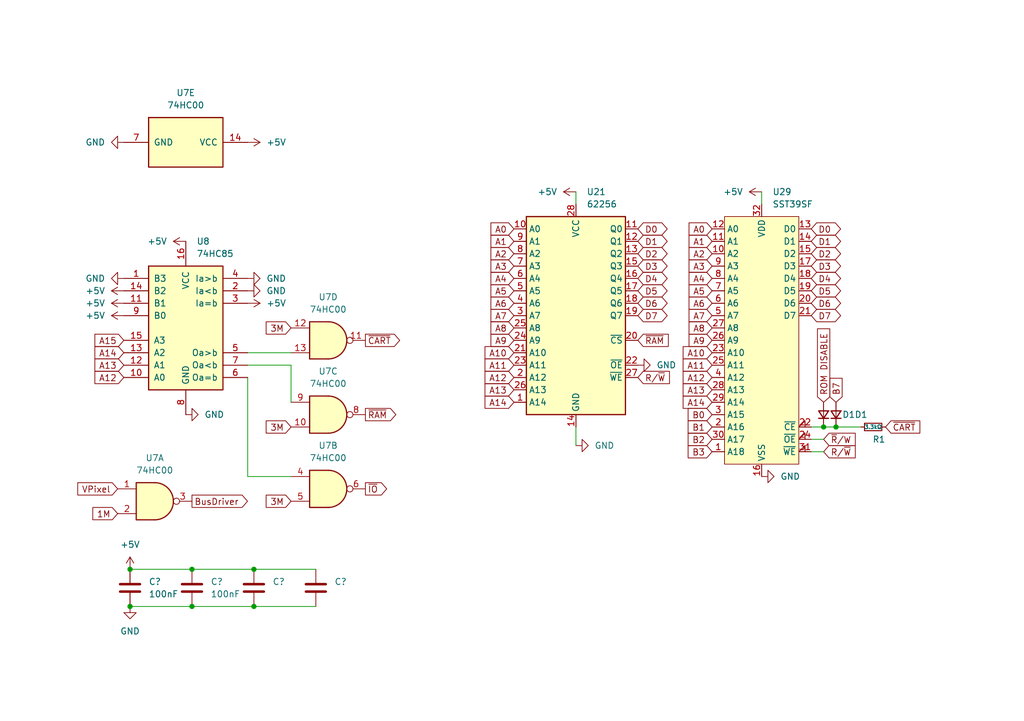
<source format=kicad_sch>
(kicad_sch (version 20230121) (generator eeschema)
  (paper "A5")
  (title_block (title "Memory Mapping and RAM"))
  (lib_symbols
    (symbol "74xx:74HC00" (pin_names (offset 1.016))
      (property "Reference" "U" (at 0 1.27 0))
      (property "Value" "74HC00" (at 0 -1.27 0))
      (symbol "74HC00_1_1"
        (arc (start 0 -3.81) (mid 3.7934 0) (end 0 3.81) (stroke (width 0.254)) (fill (type background)))
        (polyline (pts (xy 0 3.81) (xy -3.81 3.81) (xy -3.81 -3.81) (xy 0 -3.81)) (stroke (width 0.254)) (fill (type background)))
        (pin input line (at -7.62 2.54 0) (length 3.81) (name "~") (number "1"))
        (pin input line (at -7.62 -2.54 0) (length 3.81) (name "~") (number "2"))
        (pin output inverted (at 7.62 0 180) (length 3.81) (name "~") (number "3"))
      )
      (symbol "74HC00_1_2"
        (arc (start -3.81 -3.81) (mid -2.589 0) (end -3.81 3.81) (stroke (width 0.254)))
        (arc (start -0.6096 -3.81) (mid 2.1842 -2.5851) (end 3.81 0) (stroke (width 0.254)) (fill (type background)))
        (polyline (pts (xy -3.81 -3.81) (xy -0.635 -3.81)) (stroke (width 0.254)) (fill (type background)))
        (polyline (pts (xy -3.81 3.81) (xy -0.635 3.81)) (stroke (width 0.254)) (fill (type background)))
        (polyline (pts (xy -0.635 3.81) (xy -3.81 3.81) (xy -3.81 3.81) (xy -3.556 3.4036) (xy -3.0226 2.2606) (xy -2.6924 1.0414) (xy -2.6162 -0.254) (xy -2.7686 -1.4986) (xy -3.175 -2.7178) (xy -3.81 -3.81) (xy -3.81 -3.81) (xy -0.635 -3.81)) (stroke (width -25.4)) (fill (type background)))
        (arc (start 3.81 0) (mid 2.1915 2.5936) (end -0.6096 3.81) (stroke (width 0.254)) (fill (type background)))
        (pin input inverted (at -7.62 2.54 0) (length 4.318) (name "~") (number "1"))
        (pin input inverted (at -7.62 -2.54 0) (length 4.318) (name "~") (number "2"))
        (pin output line (at 7.62 0 180) (length 3.81) (name "~") (number "3"))
      )
      (symbol "74HC00_2_1"
        (arc (start 0 -3.81) (mid 3.7934 0) (end 0 3.81) (stroke (width 0.254)) (fill (type background)))
        (polyline (pts (xy 0 3.81) (xy -3.81 3.81) (xy -3.81 -3.81) (xy 0 -3.81)) (stroke (width 0.254)) (fill (type background)))
        (pin input line (at -7.62 2.54 0) (length 3.81) (name "~") (number "4"))
        (pin input line (at -7.62 -2.54 0) (length 3.81) (name "~") (number "5"))
        (pin output inverted (at 7.62 0 180) (length 3.81) (name "~") (number "6"))
      )
      (symbol "74HC00_2_2"
        (arc (start -3.81 -3.81) (mid -2.589 0) (end -3.81 3.81) (stroke (width 0.254)))
        (arc (start -0.6096 -3.81) (mid 2.1842 -2.5851) (end 3.81 0) (stroke (width 0.254)) (fill (type background)))
        (polyline (pts (xy -3.81 -3.81) (xy -0.635 -3.81)) (stroke (width 0.254)) (fill (type background)))
        (polyline (pts (xy -3.81 3.81) (xy -0.635 3.81)) (stroke (width 0.254)) (fill (type background)))
        (polyline (pts (xy -0.635 3.81) (xy -3.81 3.81) (xy -3.81 3.81) (xy -3.556 3.4036) (xy -3.0226 2.2606) (xy -2.6924 1.0414) (xy -2.6162 -0.254) (xy -2.7686 -1.4986) (xy -3.175 -2.7178) (xy -3.81 -3.81) (xy -3.81 -3.81) (xy -0.635 -3.81)) (stroke (width -25.4)) (fill (type background)))
        (arc (start 3.81 0) (mid 2.1915 2.5936) (end -0.6096 3.81) (stroke (width 0.254)) (fill (type background)))
        (pin input inverted (at -7.62 2.54 0) (length 4.318) (name "~") (number "4"))
        (pin input inverted (at -7.62 -2.54 0) (length 4.318) (name "~") (number "5"))
        (pin output line (at 7.62 0 180) (length 3.81) (name "~") (number "6"))
      )
      (symbol "74HC00_3_1"
        (arc (start 0 -3.81) (mid 3.7934 0) (end 0 3.81) (stroke (width 0.254)) (fill (type background)))
        (polyline (pts (xy 0 3.81) (xy -3.81 3.81) (xy -3.81 -3.81) (xy 0 -3.81)) (stroke (width 0.254)) (fill (type background)))
        (pin input line (at -7.62 -2.54 0) (length 3.81) (name "~") (number "10"))
        (pin output inverted (at 7.62 0 180) (length 3.81) (name "~") (number "8"))
        (pin input line (at -7.62 2.54 0) (length 3.81) (name "~") (number "9"))
      )
      (symbol "74HC00_3_2"
        (arc (start -3.81 -3.81) (mid -2.589 0) (end -3.81 3.81) (stroke (width 0.254)))
        (arc (start -0.6096 -3.81) (mid 2.1842 -2.5851) (end 3.81 0) (stroke (width 0.254)) (fill (type background)))
        (polyline (pts (xy -3.81 -3.81) (xy -0.635 -3.81)) (stroke (width 0.254)) (fill (type background)))
        (polyline (pts (xy -3.81 3.81) (xy -0.635 3.81)) (stroke (width 0.254)) (fill (type background)))
        (polyline (pts (xy -0.635 3.81) (xy -3.81 3.81) (xy -3.81 3.81) (xy -3.556 3.4036) (xy -3.0226 2.2606) (xy -2.6924 1.0414) (xy -2.6162 -0.254) (xy -2.7686 -1.4986) (xy -3.175 -2.7178) (xy -3.81 -3.81) (xy -3.81 -3.81) (xy -0.635 -3.81)) (stroke (width -25.4)) (fill (type background)))
        (arc (start 3.81 0) (mid 2.1915 2.5936) (end -0.6096 3.81) (stroke (width 0.254)) (fill (type background)))
        (pin input inverted (at -7.62 -2.54 0) (length 4.318) (name "~") (number "10"))
        (pin output line (at 7.62 0 180) (length 3.81) (name "~") (number "8"))
        (pin input inverted (at -7.62 2.54 0) (length 4.318) (name "~") (number "9"))
      )
      (symbol "74HC00_4_1"
        (arc (start 0 -3.81) (mid 3.7934 0) (end 0 3.81) (stroke (width 0.254)) (fill (type background)))
        (polyline (pts (xy 0 3.81) (xy -3.81 3.81) (xy -3.81 -3.81) (xy 0 -3.81)) (stroke (width 0.254)) (fill (type background)))
        (pin output inverted (at 7.62 0 180) (length 3.81) (name "~") (number "11"))
        (pin input line (at -7.62 2.54 0) (length 3.81) (name "~") (number "12"))
        (pin input line (at -7.62 -2.54 0) (length 3.81) (name "~") (number "13"))
      )
      (symbol "74HC00_4_2"
        (arc (start -3.81 -3.81) (mid -2.589 0) (end -3.81 3.81) (stroke (width 0.254)))
        (arc (start -0.6096 -3.81) (mid 2.1842 -2.5851) (end 3.81 0) (stroke (width 0.254)) (fill (type background)))
        (polyline (pts (xy -3.81 -3.81) (xy -0.635 -3.81)) (stroke (width 0.254)) (fill (type background)))
        (polyline (pts (xy -3.81 3.81) (xy -0.635 3.81)) (stroke (width 0.254)) (fill (type background)))
        (polyline (pts (xy -0.635 3.81) (xy -3.81 3.81) (xy -3.81 3.81) (xy -3.556 3.4036) (xy -3.0226 2.2606) (xy -2.6924 1.0414) (xy -2.6162 -0.254) (xy -2.7686 -1.4986) (xy -3.175 -2.7178) (xy -3.81 -3.81) (xy -3.81 -3.81) (xy -0.635 -3.81)) (stroke (width -25.4)) (fill (type background)))
        (arc (start 3.81 0) (mid 2.1915 2.5936) (end -0.6096 3.81) (stroke (width 0.254)) (fill (type background)))
        (pin output line (at 7.62 0 180) (length 3.81) (name "~") (number "11"))
        (pin input inverted (at -7.62 2.54 0) (length 4.318) (name "~") (number "12"))
        (pin input inverted (at -7.62 -2.54 0) (length 4.318) (name "~") (number "13"))
      )
      (symbol "74HC00_5_0"
        (pin power_in line (at 0 12.7 270) (length 5.08) (name "VCC") (number "14"))
        (pin power_in line (at 0 -12.7 90) (length 5.08) (name "GND") (number "7"))
      )
      (symbol "74HC00_5_1"
        (rectangle (start -5.08 7.62) (end 5.08 -7.62) (stroke (width 0.254)) (fill (type background)))
      )
    )
    (symbol "74xx:74LS85" (pin_names (offset 1.016))
      (property "Reference" "U" (at -7.62 13.97 0))
      (property "Value" "74LS85" (at -7.62 -13.97 0))
      (symbol "74LS85_1_0"
        (pin input line (at -12.7 10.16 0) (length 5.08) (name "B3") (number "1"))
        (pin input line (at -12.7 -10.16 0) (length 5.08) (name "A0") (number "10"))
        (pin input line (at -12.7 5.08 0) (length 5.08) (name "B1") (number "11"))
        (pin input line (at -12.7 -7.62 0) (length 5.08) (name "A1") (number "12"))
        (pin input line (at -12.7 -5.08 0) (length 5.08) (name "A2") (number "13"))
        (pin input line (at -12.7 7.62 0) (length 5.08) (name "B2") (number "14"))
        (pin input line (at -12.7 -2.54 0) (length 5.08) (name "A3") (number "15"))
        (pin power_in line (at 0 17.78 270) (length 5.08) (name "VCC") (number "16"))
        (pin input line (at 12.7 7.62 180) (length 5.08) (name "Ia<b") (number "2"))
        (pin input line (at 12.7 5.08 180) (length 5.08) (name "Ia=b") (number "3"))
        (pin input line (at 12.7 10.16 180) (length 5.08) (name "Ia>b") (number "4"))
        (pin output line (at 12.7 -5.08 180) (length 5.08) (name "Oa>b") (number "5"))
        (pin output line (at 12.7 -10.16 180) (length 5.08) (name "Oa=b") (number "6"))
        (pin output line (at 12.7 -7.62 180) (length 5.08) (name "Oa<b") (number "7"))
        (pin power_in line (at 0 -17.78 90) (length 5.08) (name "GND") (number "8"))
        (pin input line (at -12.7 2.54 0) (length 5.08) (name "B0") (number "9"))
      )
      (symbol "74LS85_1_1"
        (rectangle (start -7.62 12.7) (end 7.62 -12.7) (stroke (width 0.254)) (fill (type background)))
      )
    )
    (symbol "Device:C" (pin_numbers hide) (pin_names (offset 0.254))
      (property "Reference" "C" (at 0.635 2.54 0))
      (property "Value" "C" (at 0.635 -2.54 0))
      (symbol "C_0_1"
        (polyline (pts (xy -2.032 -0.762) (xy 2.032 -0.762)) (stroke (width 0.508)))
        (polyline (pts (xy -2.032 0.762) (xy 2.032 0.762)) (stroke (width 0.508)))
      )
      (symbol "C_1_1"
        (pin passive line (at 0 3.81 270) (length 2.794) (name "~") (number "1"))
        (pin passive line (at 0 -3.81 90) (length 2.794) (name "~") (number "2"))
      )
    )
    (symbol "Device:D_Small" (pin_numbers hide) (pin_names (offset 0.254) hide)
      (property "Reference" "D" (at -1.27 2.032 0))
      (property "Value" "D_Small" (at -3.81 -2.032 0))
      (symbol "D_Small_0_1"
        (polyline (pts (xy -0.762 -1.016) (xy -0.762 1.016)) (stroke (width 0.254)))
        (polyline (pts (xy -0.762 0) (xy 0.762 0)))
        (polyline (pts (xy 0.762 -1.016) (xy -0.762 0) (xy 0.762 1.016) (xy 0.762 -1.016)) (stroke (width 0.254)))
      )
      (symbol "D_Small_1_1"
        (pin passive line (at -2.54 0 0) (length 1.778) (name "K") (number "1"))
        (pin passive line (at 2.54 0 180) (length 1.778) (name "A") (number "2"))
      )
    )
    (symbol "Device:R_Small" (pin_numbers hide) (pin_names (offset 0.254) hide)
      (property "Reference" "R" (at 0.762 0.508 0))
      (property "Value" "R_Small" (at 0.762 -1.016 0))
      (symbol "R_Small_0_1"
        (rectangle (start -0.762 1.778) (end 0.762 -1.778) (stroke (width 0.2032)))
      )
      (symbol "R_Small_1_1"
        (pin passive line (at 0 2.54 270) (length 0.762) (name "~") (number "1"))
        (pin passive line (at 0 -2.54 90) (length 0.762) (name "~") (number "2"))
      )
    )
    (symbol "Memory_Lib:SST39SF040"
      (property "Reference" "U" (at 11.43 54.61 0))
      (property "Value" "SST39SF040" (at 19.05 52.07 0))
      (symbol "SST39SF040_1_1"
        (rectangle (start 0 50.8) (end 15.24 0) (fill (type background)))
        (pin input line (at -2.54 2.54 0) (length 2.54) (name "A18") (number "1"))
        (pin input line (at -2.54 43.18 0) (length 2.54) (name "A2") (number "10"))
        (pin input line (at -2.54 45.72 0) (length 2.54) (name "A1") (number "11"))
        (pin input line (at -2.54 48.26 0) (length 2.54) (name "A0") (number "12"))
        (pin bidirectional line (at 17.78 48.26 180) (length 2.54) (name "D0") (number "13"))
        (pin bidirectional line (at 17.78 45.72 180) (length 2.54) (name "D1") (number "14"))
        (pin bidirectional line (at 17.78 43.18 180) (length 2.54) (name "D2") (number "15"))
        (pin power_in line (at 7.62 -2.54 90) (length 2.54) (name "VSS") (number "16"))
        (pin bidirectional line (at 17.78 40.64 180) (length 2.54) (name "D3") (number "17"))
        (pin bidirectional line (at 17.78 38.1 180) (length 2.54) (name "D4") (number "18"))
        (pin bidirectional line (at 17.78 35.56 180) (length 2.54) (name "D5") (number "19"))
        (pin input line (at -2.54 7.62 0) (length 2.54) (name "A16") (number "2"))
        (pin bidirectional line (at 17.78 33.02 180) (length 2.54) (name "D6") (number "20"))
        (pin bidirectional line (at 17.78 30.48 180) (length 2.54) (name "D7") (number "21"))
        (pin input input_low (at 17.78 7.62 180) (length 2.54) (name "~{CE}") (number "22"))
        (pin input line (at -2.54 22.86 0) (length 2.54) (name "A10") (number "23"))
        (pin input input_low (at 17.78 5.08 180) (length 2.54) (name "~{OE}") (number "24"))
        (pin input line (at -2.54 20.32 0) (length 2.54) (name "A11") (number "25"))
        (pin input line (at -2.54 25.4 0) (length 2.54) (name "A9") (number "26"))
        (pin input line (at -2.54 27.94 0) (length 2.54) (name "A8") (number "27"))
        (pin input line (at -2.54 15.24 0) (length 2.54) (name "A13") (number "28"))
        (pin input line (at -2.54 12.7 0) (length 2.54) (name "A14") (number "29"))
        (pin input line (at -2.54 10.16 0) (length 2.54) (name "A15") (number "3"))
        (pin input line (at -2.54 5.08 0) (length 2.54) (name "A17") (number "30"))
        (pin input input_low (at 17.78 2.54 180) (length 2.54) (name "~{WE}") (number "31"))
        (pin power_in line (at 7.62 53.34 270) (length 2.54) (name "VDD") (number "32"))
        (pin input line (at -2.54 17.78 0) (length 2.54) (name "A12") (number "4"))
        (pin input line (at -2.54 30.48 0) (length 2.54) (name "A7") (number "5"))
        (pin input line (at -2.54 33.02 0) (length 2.54) (name "A6") (number "6"))
        (pin input line (at -2.54 35.56 0) (length 2.54) (name "A5") (number "7"))
        (pin input line (at -2.54 38.1 0) (length 2.54) (name "A4") (number "8"))
        (pin input line (at -2.54 40.64 0) (length 2.54) (name "A3") (number "9"))
      )
    )
    (symbol "Memory_RAM:HM62256BLP"
      (property "Reference" "U" (at -10.16 20.955 0))
      (property "Value" "HM62256BLP" (at 2.54 20.955 0))
      (symbol "HM62256BLP_0_0"
        (pin power_in line (at 0 -22.86 90) (length 2.54) (name "GND") (number "14"))
        (pin power_in line (at 0 22.86 270) (length 2.54) (name "VCC") (number "28"))
      )
      (symbol "HM62256BLP_0_1"
        (rectangle (start -10.16 20.32) (end 10.16 -20.32) (stroke (width 0.254)) (fill (type background)))
      )
      (symbol "HM62256BLP_1_1"
        (pin input line (at -12.7 -17.78 0) (length 2.54) (name "A14") (number "1"))
        (pin input line (at -12.7 17.78 0) (length 2.54) (name "A0") (number "10"))
        (pin tri_state line (at 12.7 17.78 180) (length 2.54) (name "Q0") (number "11"))
        (pin tri_state line (at 12.7 15.24 180) (length 2.54) (name "Q1") (number "12"))
        (pin tri_state line (at 12.7 12.7 180) (length 2.54) (name "Q2") (number "13"))
        (pin tri_state line (at 12.7 10.16 180) (length 2.54) (name "Q3") (number "15"))
        (pin tri_state line (at 12.7 7.62 180) (length 2.54) (name "Q4") (number "16"))
        (pin tri_state line (at 12.7 5.08 180) (length 2.54) (name "Q5") (number "17"))
        (pin tri_state line (at 12.7 2.54 180) (length 2.54) (name "Q6") (number "18"))
        (pin tri_state line (at 12.7 0 180) (length 2.54) (name "Q7") (number "19"))
        (pin input line (at -12.7 -12.7 0) (length 2.54) (name "A12") (number "2"))
        (pin input line (at 12.7 -5.08 180) (length 2.54) (name "~{CS}") (number "20"))
        (pin input line (at -12.7 -7.62 0) (length 2.54) (name "A10") (number "21"))
        (pin input line (at 12.7 -10.16 180) (length 2.54) (name "~{OE}") (number "22"))
        (pin input line (at -12.7 -10.16 0) (length 2.54) (name "A11") (number "23"))
        (pin input line (at -12.7 -5.08 0) (length 2.54) (name "A9") (number "24"))
        (pin input line (at -12.7 -2.54 0) (length 2.54) (name "A8") (number "25"))
        (pin input line (at -12.7 -15.24 0) (length 2.54) (name "A13") (number "26"))
        (pin input line (at 12.7 -12.7 180) (length 2.54) (name "~{WE}") (number "27"))
        (pin input line (at -12.7 0 0) (length 2.54) (name "A7") (number "3"))
        (pin input line (at -12.7 2.54 0) (length 2.54) (name "A6") (number "4"))
        (pin input line (at -12.7 5.08 0) (length 2.54) (name "A5") (number "5"))
        (pin input line (at -12.7 7.62 0) (length 2.54) (name "A4") (number "6"))
        (pin input line (at -12.7 10.16 0) (length 2.54) (name "A3") (number "7"))
        (pin input line (at -12.7 12.7 0) (length 2.54) (name "A2") (number "8"))
        (pin input line (at -12.7 15.24 0) (length 2.54) (name "A1") (number "9"))
      )
    )
    (symbol "power:+5V" (power) (pin_names (offset 0))
      (property "Value" "+5V" (at 0 3.556 0))
      (symbol "+5V_0_1"
        (polyline (pts (xy -0.762 1.27) (xy 0 2.54)))
        (polyline (pts (xy 0 0) (xy 0 2.54)))
        (polyline (pts (xy 0 2.54) (xy 0.762 1.27)))
      )
      (symbol "+5V_1_1"
        (pin power_in line (at 0 0 90) (length 0) hide (name "+5V") (number "1"))
      )
    )
    (symbol "power:GND" (power) (pin_names (offset 0))
      (property "Value" "GND" (at 0 -3.81 0))
      (symbol "GND_0_1"
        (polyline (pts (xy 0 0) (xy 0 -1.27) (xy 1.27 -1.27) (xy 0 -2.54) (xy -1.27 -1.27) (xy 0 -1.27)))
      )
      (symbol "GND_1_1"
        (pin power_in line (at 0 0 270) (length 0) hide (name "GND") (number "1"))
      )
    )
  )
  (junction (at 168.91 87.63))
  (junction (at 26.67 124.46))
  (junction (at 52.07 124.46))
  (junction (at 171.45 87.63))
  (junction (at 52.07 116.84))
  (junction (at 26.67 116.84))
  (junction (at 39.37 116.84))
  (junction (at 39.37 124.46))
  (wire (pts (xy 39.37 124.46) (xy 52.07 124.46)))
  (wire (pts (xy 59.69 74.93) (xy 59.69 82.55)))
  (wire (pts (xy 168.91 87.63) (xy 171.45 87.63)))
  (wire (pts (xy 26.67 116.84) (xy 39.37 116.84)))
  (wire (pts (xy 26.67 124.46) (xy 39.37 124.46)))
  (wire (pts (xy 118.11 87.63) (xy 118.11 91.44)))
  (wire (pts (xy 52.07 116.84) (xy 64.77 116.84)))
  (wire (pts (xy 171.45 87.63) (xy 176.53 87.63)))
  (wire (pts (xy 50.8 72.39) (xy 59.69 72.39)))
  (wire (pts (xy 52.07 124.46) (xy 64.77 124.46)))
  (wire (pts (xy 166.37 90.17) (xy 168.91 90.17)))
  (wire (pts (xy 168.91 92.71) (xy 166.37 92.71)))
  (wire (pts (xy 50.8 77.47) (xy 50.8 97.79)))
  (wire (pts (xy 118.11 39.37) (xy 118.11 41.91)))
  (wire (pts (xy 156.21 39.37) (xy 156.21 41.91)))
  (wire (pts (xy 50.8 74.93) (xy 59.69 74.93)))
  (wire (pts (xy 50.8 97.79) (xy 59.69 97.79)))
  (wire (pts (xy 166.37 87.63) (xy 168.91 87.63)))
  (wire (pts (xy 39.37 116.84) (xy 52.07 116.84)))
  (global_label "~{IO}" (shape output) (at 74.93 100.33 0) (property "Intersheetrefs" "${INTERSHEET_REFS}" (effects hide)))
  (global_label "A0" (shape input) (at 146.05 46.99 180) (property "Intersheetrefs" "${INTERSHEET_REFS}" (effects hide)))
  (global_label "R{slash}~{W}" (shape input) (at 168.91 92.71 0) (property "Intersheetrefs" "${INTERSHEET_REFS}" (effects hide)))
  (global_label "D5" (shape bidirectional) (at 130.81 59.69 0) (property "Intersheetrefs" "${INTERSHEET_REFS}" (effects hide)))
  (global_label "A4" (shape input) (at 105.41 57.15 180) (property "Intersheetrefs" "${INTERSHEET_REFS}" (effects hide)))
  (global_label "~{CART}" (shape input) (at 181.61 87.63 0) (property "Intersheetrefs" "${INTERSHEET_REFS}" (effects hide)))
  (global_label "A10" (shape input) (at 105.41 72.39 180) (property "Intersheetrefs" "${INTERSHEET_REFS}" (effects hide)))
  (global_label "A5" (shape input) (at 105.41 59.69 180) (property "Intersheetrefs" "${INTERSHEET_REFS}" (effects hide)))
  (global_label "A0" (shape input) (at 105.41 46.99 180) (property "Intersheetrefs" "${INTERSHEET_REFS}" (effects hide)))
  (global_label "~{R}{slash}W" (shape input) (at 168.91 90.17 0) (property "Intersheetrefs" "${INTERSHEET_REFS}" (effects hide)))
  (global_label "~{RAM}" (shape input) (at 130.81 69.85 0) (property "Intersheetrefs" "${INTERSHEET_REFS}" (effects hide)))
  (global_label "D1" (shape bidirectional) (at 166.37 49.53 0) (property "Intersheetrefs" "${INTERSHEET_REFS}" (effects hide)))
  (global_label "D2" (shape bidirectional) (at 166.37 52.07 0) (property "Intersheetrefs" "${INTERSHEET_REFS}" (effects hide)))
  (global_label "D4" (shape bidirectional) (at 166.37 57.15 0) (property "Intersheetrefs" "${INTERSHEET_REFS}" (effects hide)))
  (global_label "A13" (shape input) (at 25.4 74.93 180) (property "Intersheetrefs" "${INTERSHEET_REFS}" (effects hide)))
  (global_label "A14" (shape input) (at 25.4 72.39 180) (property "Intersheetrefs" "${INTERSHEET_REFS}" (effects hide)))
  (global_label "~{RAM}" (shape output) (at 74.93 85.09 0) (property "Intersheetrefs" "${INTERSHEET_REFS}" (effects hide)))
  (global_label "A12" (shape input) (at 105.41 77.47 180) (property "Intersheetrefs" "${INTERSHEET_REFS}" (effects hide)))
  (global_label "BusDriver" (shape output) (at 39.37 102.87 0) (property "Intersheetrefs" "${INTERSHEET_REFS}" (effects hide)))
  (global_label "A14" (shape input) (at 146.05 82.55 180) (property "Intersheetrefs" "${INTERSHEET_REFS}" (effects hide)))
  (global_label "A8" (shape input) (at 146.05 67.31 180) (property "Intersheetrefs" "${INTERSHEET_REFS}" (effects hide)))
  (global_label "D3" (shape bidirectional) (at 166.37 54.61 0) (property "Intersheetrefs" "${INTERSHEET_REFS}" (effects hide)))
  (global_label "A13" (shape input) (at 146.05 80.01 180) (property "Intersheetrefs" "${INTERSHEET_REFS}" (effects hide)))
  (global_label "B7" (shape input) (at 171.45 82.55 90) (property "Intersheetrefs" "${INTERSHEET_REFS}" (effects hide)))
  (global_label "A2" (shape input) (at 105.41 52.07 180) (property "Intersheetrefs" "${INTERSHEET_REFS}" (effects hide)))
  (global_label "A14" (shape input) (at 105.41 82.55 180) (property "Intersheetrefs" "${INTERSHEET_REFS}" (effects hide)))
  (global_label "A7" (shape input) (at 146.05 64.77 180) (property "Intersheetrefs" "${INTERSHEET_REFS}" (effects hide)))
  (global_label "D6" (shape bidirectional) (at 130.81 62.23 0) (property "Intersheetrefs" "${INTERSHEET_REFS}" (effects hide)))
  (global_label "1M" (shape input) (at 24.13 105.41 180) (property "Intersheetrefs" "${INTERSHEET_REFS}" (effects hide)))
  (global_label "B1" (shape input) (at 146.05 87.63 180) (property "Intersheetrefs" "${INTERSHEET_REFS}" (effects hide)))
  (global_label "3M" (shape input) (at 59.69 102.87 180) (property "Intersheetrefs" "${INTERSHEET_REFS}" (effects hide)))
  (global_label "D0" (shape bidirectional) (at 166.37 46.99 0) (property "Intersheetrefs" "${INTERSHEET_REFS}" (effects hide)))
  (global_label "D4" (shape bidirectional) (at 130.81 57.15 0) (property "Intersheetrefs" "${INTERSHEET_REFS}" (effects hide)))
  (global_label "D3" (shape bidirectional) (at 130.81 54.61 0) (property "Intersheetrefs" "${INTERSHEET_REFS}" (effects hide)))
  (global_label "A6" (shape input) (at 105.41 62.23 180) (property "Intersheetrefs" "${INTERSHEET_REFS}" (effects hide)))
  (global_label "D2" (shape bidirectional) (at 130.81 52.07 0) (property "Intersheetrefs" "${INTERSHEET_REFS}" (effects hide)))
  (global_label "A11" (shape input) (at 146.05 74.93 180) (property "Intersheetrefs" "${INTERSHEET_REFS}" (effects hide)))
  (global_label "ROM DISABLE" (shape input) (at 168.91 82.55 90) (property "Intersheetrefs" "${INTERSHEET_REFS}" (effects hide)))
  (global_label "3M" (shape input) (at 59.69 67.31 180) (property "Intersheetrefs" "${INTERSHEET_REFS}" (effects hide)))
  (global_label "3M" (shape input) (at 59.69 87.63 180) (property "Intersheetrefs" "${INTERSHEET_REFS}" (effects hide)))
  (global_label "VPixel" (shape input) (at 24.13 100.33 180) (property "Intersheetrefs" "${INTERSHEET_REFS}" (effects hide)))
  (global_label "A13" (shape input) (at 105.41 80.01 180) (property "Intersheetrefs" "${INTERSHEET_REFS}" (effects hide)))
  (global_label "D6" (shape bidirectional) (at 166.37 62.23 0) (property "Intersheetrefs" "${INTERSHEET_REFS}" (effects hide)))
  (global_label "A3" (shape input) (at 105.41 54.61 180) (property "Intersheetrefs" "${INTERSHEET_REFS}" (effects hide)))
  (global_label "B0" (shape input) (at 146.05 85.09 180) (property "Intersheetrefs" "${INTERSHEET_REFS}" (effects hide)))
  (global_label "A6" (shape input) (at 146.05 62.23 180) (property "Intersheetrefs" "${INTERSHEET_REFS}" (effects hide)))
  (global_label "D7" (shape bidirectional) (at 130.81 64.77 0) (property "Intersheetrefs" "${INTERSHEET_REFS}" (effects hide)))
  (global_label "D5" (shape bidirectional) (at 166.37 59.69 0) (property "Intersheetrefs" "${INTERSHEET_REFS}" (effects hide)))
  (global_label "A7" (shape input) (at 105.41 64.77 180) (property "Intersheetrefs" "${INTERSHEET_REFS}" (effects hide)))
  (global_label "A1" (shape input) (at 105.41 49.53 180) (property "Intersheetrefs" "${INTERSHEET_REFS}" (effects hide)))
  (global_label "A10" (shape input) (at 146.05 72.39 180) (property "Intersheetrefs" "${INTERSHEET_REFS}" (effects hide)))
  (global_label "A15" (shape input) (at 25.4 69.85 180) (property "Intersheetrefs" "${INTERSHEET_REFS}" (effects hide)))
  (global_label "B3" (shape input) (at 146.05 92.71 180) (property "Intersheetrefs" "${INTERSHEET_REFS}" (effects hide)))
  (global_label "A2" (shape input) (at 146.05 52.07 180) (property "Intersheetrefs" "${INTERSHEET_REFS}" (effects hide)))
  (global_label "A3" (shape input) (at 146.05 54.61 180) (property "Intersheetrefs" "${INTERSHEET_REFS}" (effects hide)))
  (global_label "A11" (shape input) (at 105.41 74.93 180) (property "Intersheetrefs" "${INTERSHEET_REFS}" (effects hide)))
  (global_label "A12" (shape input) (at 146.05 77.47 180) (property "Intersheetrefs" "${INTERSHEET_REFS}" (effects hide)))
  (global_label "A5" (shape input) (at 146.05 59.69 180) (property "Intersheetrefs" "${INTERSHEET_REFS}" (effects hide)))
  (global_label "D7" (shape bidirectional) (at 166.37 64.77 0) (property "Intersheetrefs" "${INTERSHEET_REFS}" (effects hide)))
  (global_label "A8" (shape input) (at 105.41 67.31 180) (property "Intersheetrefs" "${INTERSHEET_REFS}" (effects hide)))
  (global_label "A1" (shape input) (at 146.05 49.53 180) (property "Intersheetrefs" "${INTERSHEET_REFS}" (effects hide)))
  (global_label "B2" (shape input) (at 146.05 90.17 180) (property "Intersheetrefs" "${INTERSHEET_REFS}" (effects hide)))
  (global_label "A4" (shape input) (at 146.05 57.15 180) (property "Intersheetrefs" "${INTERSHEET_REFS}" (effects hide)))
  (global_label "A9" (shape input) (at 105.41 69.85 180) (property "Intersheetrefs" "${INTERSHEET_REFS}" (effects hide)))
  (global_label "R{slash}~{W}" (shape input) (at 130.81 77.47 0) (property "Intersheetrefs" "${INTERSHEET_REFS}" (effects hide)))
  (global_label "A12" (shape input) (at 25.4 77.47 180) (property "Intersheetrefs" "${INTERSHEET_REFS}" (effects hide)))
  (global_label "A9" (shape input) (at 146.05 69.85 180) (property "Intersheetrefs" "${INTERSHEET_REFS}" (effects hide)))
  (global_label "D0" (shape bidirectional) (at 130.81 46.99 0) (property "Intersheetrefs" "${INTERSHEET_REFS}" (effects hide)))
  (global_label "~{CART}" (shape output) (at 74.93 69.85 0) (property "Intersheetrefs" "${INTERSHEET_REFS}" (effects hide)))
  (global_label "D1" (shape bidirectional) (at 130.81 49.53 0) (property "Intersheetrefs" "${INTERSHEET_REFS}" (effects hide)))
  (symbol (lib_id "Device:D_Small") (at 171.45 85.09 90) (unit 1)
    (property "Reference" "D1" (at 175.26 85.09 90) (effects (justify right)))
    (property "Value" "D_Small" (effects hide))
    (property "Footprint" "Diode_THT:D_DO-34_SOD68_P7.62mm_Horizontal" (effects hide))
    (property "Sim.Device" "D" (effects hide))
    (property "Sim.Pins" "1=K 2=A" (effects hide))
    (instances (project "v1a" (path "" (reference "D1") (unit 1)) (path "" (reference "D5") (unit 1))))
  )
  (symbol (lib_id "Memory_RAM:HM62256BLP") (at 118.11 64.77 0) (unit 1)
    (property "Reference" "U21" (at 120.3041 39.37 0) (effects (justify left)))
    (property "Value" "62256" (at 120.3041 41.91 0) (effects (justify left)))
    (property "Footprint" "PCM_Package_DIP_AKL:DIP-28_W15.24mm_Socket_LongPads" (effects hide))
    (property "Datasheet" "https://web.mit.edu/6.115/www/document/62256.pdf" (effects hide))
    (instances (project "v1a" (path "" (reference "U21") (unit 1)) (path "" (reference "U28") (unit 1))))
  )
  (symbol (lib_id "74xx:74HC00") (at 67.31 69.85 0) (unit 4)
    (property "Reference" "U7" (at 67.3017 60.96 0))
    (property "Value" "74HC00" (at 67.3017 63.5 0))
    (property "Footprint" "PCM_Package_DIP_AKL:DIP-14_W7.62mm_Socket_LongPads" (effects hide))
    (property "Datasheet" "http://www.ti.com/lit/gpn/sn74hc00" (effects hide))
    (instances (project "v1a" (path "" (reference "U7") (unit 4)) (path "" (reference "U26") (unit 4))))
  )
  (symbol (lib_id "74xx:74HC00") (at 38.1 29.21 270) (unit 5)
    (property "Reference" "U7" (at 38.1 19.05 90))
    (property "Value" "74HC00" (at 38.1 21.59 90))
    (property "Footprint" "PCM_Package_DIP_AKL:DIP-14_W7.62mm_Socket_LongPads" (effects hide))
    (property "Datasheet" "http://www.ti.com/lit/gpn/sn74hc00" (effects hide))
    (instances (project "v1a" (path "" (reference "U7") (unit 5)) (path "" (reference "U26") (unit 5))))
  )
  (symbol (lib_id "power:GND") (at 25.4 57.15 270) (unit 1)
    (property "Reference" "#PWR032" (effects hide))
    (property "Value" "GND" (at 21.59 57.15 90) (effects (justify right)))
    (instances (project "v1a" (path "" (reference "#PWR032") (unit 1)) (path "" (reference "#PWR0113") (unit 1))))
  )
  (symbol (lib_id "74xx:74HC00") (at 67.31 85.09 0) (unit 3)
    (property "Reference" "U7" (at 67.3017 76.2 0))
    (property "Value" "74HC00" (at 67.3017 78.74 0))
    (property "Footprint" "PCM_Package_DIP_AKL:DIP-14_W7.62mm_Socket_LongPads" (effects hide))
    (property "Datasheet" "http://www.ti.com/lit/gpn/sn74hc00" (effects hide))
    (instances (project "v1a" (path "" (reference "U7") (unit 3)) (path "" (reference "U26") (unit 3))))
  )
  (symbol (lib_id "Device:C") (at 64.77 120.65 0) (unit 1)
    (property "Reference" "C?" (at 68.58 119.38 0) (effects (justify left)))
    (property "Value" "100nF" (effects hide))
    (property "Footprint" "Capacitor_THT:C_Disc_D3.0mm_W2.0mm_P2.50mm" (effects hide))
    (instances (project "v1a" (path "" (reference "C?") (unit 1)) (path "" (reference "Cd27") (unit 1))))
  )
  (symbol (lib_id "Device:C") (at 39.37 120.65 0) (unit 1)
    (property "Reference" "C?" (at 43.18 119.38 0) (effects (justify left)))
    (property "Value" "100nF" (at 43.18 121.92 0) (effects (justify left)))
    (property "Footprint" "Capacitor_THT:C_Disc_D3.0mm_W2.0mm_P2.50mm" (effects hide))
    (instances (project "v1a" (path "" (reference "C?") (unit 1)) (path "" (reference "Cd25") (unit 1))))
  )
  (symbol (lib_id "power:GND") (at 118.11 91.44 90) (unit 1)
    (property "Reference" "#PWR078" (effects hide))
    (property "Value" "GND" (at 121.92 91.44 90) (effects (justify right)))
    (instances (project "v1a" (path "" (reference "#PWR078") (unit 1)) (path "" (reference "#PWR0126") (unit 1))))
  )
  (symbol (lib_id "power:GND") (at 26.67 124.46 0) (unit 1)
    (property "Reference" "#PWR0135" (effects hide))
    (property "Value" "GND" (at 26.67 129.54 0))
    (instances (project "v1a" (path "" (reference "#PWR0135") (unit 1)) (path "" (reference "#PWR0118") (unit 1))))
  )
  (symbol (lib_id "74xx:74LS85") (at 38.1 67.31 0) (unit 1)
    (property "Reference" "U8" (at 40.2941 49.53 0) (effects (justify left)))
    (property "Value" "74HC85" (at 40.2941 52.07 0) (effects (justify left)))
    (property "Footprint" "PCM_Package_DIP_AKL:DIP-16_W7.62mm_Socket_LongPads" (effects hide))
    (property "Datasheet" "http://www.ti.com/lit/gpn/sn74LS85" (effects hide))
    (instances (project "v1a" (path "" (reference "U8") (unit 1)) (path "" (reference "U27") (unit 1))))
  )
  (symbol (lib_id "Device:C") (at 26.67 120.65 0) (unit 1)
    (property "Reference" "C?" (at 30.48 119.38 0) (effects (justify left)))
    (property "Value" "100nF" (at 30.48 121.92 0) (effects (justify left)))
    (property "Footprint" "Capacitor_THT:C_Disc_D3.0mm_W2.0mm_P2.50mm" (effects hide))
    (instances (project "v1a" (path "" (reference "C?") (unit 1)) (path "" (reference "Cd24") (unit 1))))
  )
  (symbol (lib_id "74xx:74HC00") (at 67.31 100.33 0) (unit 2)
    (property "Reference" "U7" (at 67.3017 91.44 0))
    (property "Value" "74HC00" (at 67.3017 93.98 0))
    (property "Footprint" "PCM_Package_DIP_AKL:DIP-14_W7.62mm_Socket_LongPads" (effects hide))
    (property "Datasheet" "http://www.ti.com/lit/gpn/sn74hc00" (effects hide))
    (instances (project "v1a" (path "" (reference "U7") (unit 2)) (path "" (reference "U26") (unit 2))))
  )
  (symbol (lib_id "Device:R_Small") (at 179.07 87.63 270) (unit 1)
    (property "Reference" "R1" (at 181.61 90.17 90) (effects (justify right)))
    (property "Value" "3.3kΩ" (at 179.07 87.63 90) (effects (font (size 0.8 0.8))))
    (property "Footprint" "Resistor_THT:R_Axial_DIN0204_L3.6mm_D1.6mm_P7.62mm_Horizontal" (effects hide))
    (instances (project "v1a" (path "" (reference "R1") (unit 1)) (path "" (reference "R37") (unit 1))))
  )
  (symbol (lib_id "power:+5V") (at 26.67 116.84 0) (unit 1)
    (property "Reference" "#PWR0136" (effects hide))
    (property "Value" "+5V" (at 26.67 111.76 0))
    (instances (project "v1a" (path "" (reference "#PWR0136") (unit 1)) (path "" (reference "#PWR0117") (unit 1))))
  )
  (symbol (lib_id "power:GND") (at 156.21 97.79 90) (unit 1)
    (property "Reference" "#PWR078" (effects hide))
    (property "Value" "GND" (at 160.02 97.79 90) (effects (justify right)))
    (instances (project "v1a" (path "" (reference "#PWR078") (unit 1)) (path "" (reference "#PWR0129") (unit 1))))
  )
  (symbol (lib_id "power:+5V") (at 156.21 39.37 90) (unit 1)
    (property "Reference" "#PWR082" (effects hide))
    (property "Value" "+5V" (at 152.4 39.37 90) (effects (justify left)))
    (instances (project "v1a" (path "" (reference "#PWR082") (unit 1)) (path "" (reference "#PWR0128") (unit 1))))
  )
  (symbol (lib_id "Device:C") (at 52.07 120.65 0) (unit 1)
    (property "Reference" "C?" (at 55.88 119.38 0) (effects (justify left)))
    (property "Value" "100nF" (effects hide))
    (property "Footprint" "Capacitor_THT:C_Disc_D3.0mm_W2.0mm_P2.50mm" (effects hide))
    (instances (project "v1a" (path "" (reference "C?") (unit 1)) (path "" (reference "Cd26") (unit 1))))
  )
  (symbol (lib_id "power:GND") (at 25.4 29.21 270) (unit 1)
    (property "Reference" "#PWR034" (effects hide))
    (property "Value" "GND" (at 21.59 29.21 90) (effects (justify right)))
    (instances (project "v1a" (path "" (reference "#PWR034") (unit 1)) (path "" (reference "#PWR0112") (unit 1))))
  )
  (symbol (lib_id "power:+5V") (at 50.8 29.21 270) (unit 1)
    (property "Reference" "#PWR035" (effects hide))
    (property "Value" "+5V" (at 54.61 29.21 90) (effects (justify left)))
    (instances (project "v1a" (path "" (reference "#PWR035") (unit 1)) (path "" (reference "#PWR0121") (unit 1))))
  )
  (symbol (lib_id "power:GND") (at 50.8 57.15 90) (unit 1)
    (property "Reference" "#PWR027" (effects hide))
    (property "Value" "GND" (at 54.61 57.15 90) (effects (justify right)))
    (instances (project "v1a" (path "" (reference "#PWR027") (unit 1)) (path "" (reference "#PWR0122") (unit 1))))
  )
  (symbol (lib_id "power:+5V") (at 25.4 62.23 90) (unit 1)
    (property "Reference" "#PWR096" (effects hide))
    (property "Value" "+5V" (at 21.59 62.23 90) (effects (justify left)))
    (instances (project "v1a" (path "" (reference "#PWR096") (unit 1)) (path "" (reference "#PWR0115") (unit 1))))
  )
  (symbol (lib_id "power:+5V") (at 25.4 59.69 90) (unit 1)
    (property "Reference" "#PWR033" (effects hide))
    (property "Value" "+5V" (at 21.59 59.69 90) (effects (justify left)))
    (instances (project "v1a" (path "" (reference "#PWR033") (unit 1)) (path "" (reference "#PWR0114") (unit 1))))
  )
  (symbol (lib_id "power:+5V") (at 50.8 62.23 270) (unit 1)
    (property "Reference" "#PWR023" (effects hide))
    (property "Value" "+5V" (at 54.61 62.23 90) (effects (justify left)))
    (instances (project "v1a" (path "" (reference "#PWR023") (unit 1)) (path "" (reference "#PWR0124") (unit 1))))
  )
  (symbol (lib_id "Device:D_Small") (at 168.91 85.09 90) (unit 1)
    (property "Reference" "D1" (at 172.72 85.09 90) (effects (justify right)))
    (property "Value" "D_Small" (effects hide))
    (property "Footprint" "Diode_THT:D_DO-34_SOD68_P7.62mm_Horizontal" (effects hide))
    (property "Sim.Device" "D" (effects hide))
    (property "Sim.Pins" "1=K 2=A" (effects hide))
    (instances (project "v1a" (path "" (reference "D1") (unit 1)) (path "" (reference "D4") (unit 1))))
  )
  (symbol (lib_id "power:GND") (at 50.8 59.69 90) (unit 1)
    (property "Reference" "#PWR026" (effects hide))
    (property "Value" "GND" (at 54.61 59.69 90) (effects (justify right)))
    (instances (project "v1a" (path "" (reference "#PWR026") (unit 1)) (path "" (reference "#PWR0123") (unit 1))))
  )
  (symbol (lib_id "power:GND") (at 38.1 85.09 90) (unit 1)
    (property "Reference" "#PWR025" (effects hide))
    (property "Value" "GND" (at 41.91 85.09 90) (effects (justify right)))
    (instances (project "v1a" (path "" (reference "#PWR025") (unit 1)) (path "" (reference "#PWR0120") (unit 1))))
  )
  (symbol (lib_id "74xx:74HC00") (at 31.75 102.87 0) (unit 1)
    (property "Reference" "U7" (at 31.7417 93.98 0))
    (property "Value" "74HC00" (at 31.7417 96.52 0))
    (property "Footprint" "PCM_Package_DIP_AKL:DIP-14_W7.62mm_Socket_LongPads" (effects hide))
    (property "Datasheet" "http://www.ti.com/lit/gpn/sn74hc00" (effects hide))
    (instances (project "v1a" (path "" (reference "U7") (unit 1)) (path "" (reference "U26") (unit 1))))
  )
  (symbol (lib_id "Memory_Lib:SST39SF040") (at 148.59 95.25 0) (unit 1)
    (property "Reference" "U29" (at 158.4041 39.37 0) (effects (justify left)))
    (property "Value" "SST39SF" (at 158.4041 41.91 0) (effects (justify left)))
    (property "Footprint" "PCM_Package_LCC_AKL:PLCC-32_THT-Socket" (effects hide))
    (property "Datasheet" "https://ww1.microchip.com/downloads/aemDocuments/documents/OTH/ProductDocuments/DataSheets/20005022C.pdf" (effects hide))
  )
  (symbol (lib_id "power:GND") (at 130.81 74.93 90) (unit 1)
    (property "Reference" "#PWR079" (effects hide))
    (property "Value" "GND" (at 134.62 74.93 90) (effects (justify right)))
    (instances (project "v1a" (path "" (reference "#PWR079") (unit 1)) (path "" (reference "#PWR0127") (unit 1))))
  )
  (symbol (lib_id "power:+5V") (at 38.1 49.53 90) (unit 1)
    (property "Reference" "#PWR024" (effects hide))
    (property "Value" "+5V" (at 34.29 49.53 90) (effects (justify left)))
    (instances (project "v1a" (path "" (reference "#PWR024") (unit 1)) (path "" (reference "#PWR0119") (unit 1))))
  )
  (symbol (lib_id "power:+5V") (at 25.4 64.77 90) (unit 1)
    (property "Reference" "#PWR097" (effects hide))
    (property "Value" "+5V" (at 21.59 64.77 90) (effects (justify left)))
    (instances (project "v1a" (path "" (reference "#PWR097") (unit 1)) (path "" (reference "#PWR0116") (unit 1))))
  )
  (symbol (lib_id "power:+5V") (at 118.11 39.37 90) (unit 1)
    (property "Reference" "#PWR082" (effects hide))
    (property "Value" "+5V" (at 114.3 39.37 90) (effects (justify left)))
    (instances (project "v1a" (path "" (reference "#PWR082") (unit 1)) (path "" (reference "#PWR0125") (unit 1))))
  )
)
</source>
